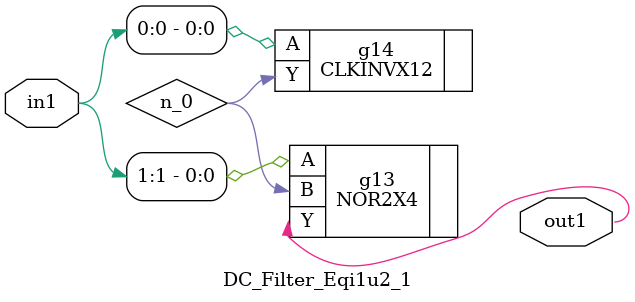
<source format=v>
`timescale 1ps / 1ps


module DC_Filter_Eqi1u2_1(in1, out1);
  input [1:0] in1;
  output out1;
  wire [1:0] in1;
  wire out1;
  wire n_0;
  NOR2X4 g13(.A (in1[1]), .B (n_0), .Y (out1));
  CLKINVX12 g14(.A (in1[0]), .Y (n_0));
endmodule



</source>
